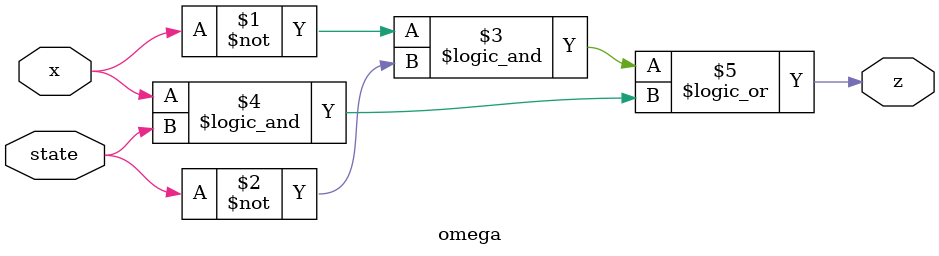
<source format=sv>
module omega(output z, input x, input state);

assign z = (~x && ~state) || (x && state);

endmodule
</source>
